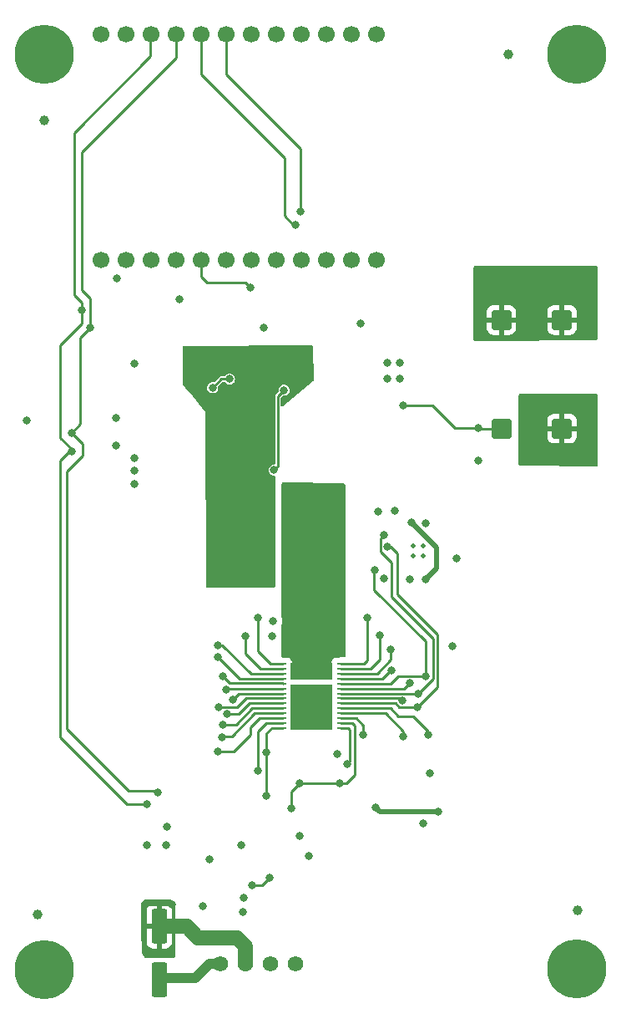
<source format=gbl>
G04 #@! TF.GenerationSoftware,KiCad,Pcbnew,7.0.1*
G04 #@! TF.CreationDate,2024-03-15T23:25:05+01:00*
G04 #@! TF.ProjectId,NerdAxe_ultra,4e657264-4178-4655-9f75-6c7472612e6b,rev?*
G04 #@! TF.SameCoordinates,Original*
G04 #@! TF.FileFunction,Copper,L4,Bot*
G04 #@! TF.FilePolarity,Positive*
%FSLAX46Y46*%
G04 Gerber Fmt 4.6, Leading zero omitted, Abs format (unit mm)*
G04 Created by KiCad (PCBNEW 7.0.1) date 2024-03-15 23:25:05*
%MOMM*%
%LPD*%
G01*
G04 APERTURE LIST*
G04 Aperture macros list*
%AMRoundRect*
0 Rectangle with rounded corners*
0 $1 Rounding radius*
0 $2 $3 $4 $5 $6 $7 $8 $9 X,Y pos of 4 corners*
0 Add a 4 corners polygon primitive as box body*
4,1,4,$2,$3,$4,$5,$6,$7,$8,$9,$2,$3,0*
0 Add four circle primitives for the rounded corners*
1,1,$1+$1,$2,$3*
1,1,$1+$1,$4,$5*
1,1,$1+$1,$6,$7*
1,1,$1+$1,$8,$9*
0 Add four rect primitives between the rounded corners*
20,1,$1+$1,$2,$3,$4,$5,0*
20,1,$1+$1,$4,$5,$6,$7,0*
20,1,$1+$1,$6,$7,$8,$9,0*
20,1,$1+$1,$8,$9,$2,$3,0*%
G04 Aperture macros list end*
G04 #@! TA.AperFunction,ComponentPad*
%ADD10C,0.800000*%
G04 #@! TD*
G04 #@! TA.AperFunction,ComponentPad*
%ADD11C,6.000000*%
G04 #@! TD*
G04 #@! TA.AperFunction,ComponentPad*
%ADD12C,0.500000*%
G04 #@! TD*
G04 #@! TA.AperFunction,ComponentPad*
%ADD13C,0.400000*%
G04 #@! TD*
G04 #@! TA.AperFunction,ComponentPad*
%ADD14C,1.574800*%
G04 #@! TD*
G04 #@! TA.AperFunction,ComponentPad*
%ADD15C,1.700000*%
G04 #@! TD*
G04 #@! TA.AperFunction,SMDPad,CuDef*
%ADD16C,1.000000*%
G04 #@! TD*
G04 #@! TA.AperFunction,SMDPad,CuDef*
%ADD17R,0.792000X0.221000*%
G04 #@! TD*
G04 #@! TA.AperFunction,SMDPad,CuDef*
%ADD18R,4.277000X1.810000*%
G04 #@! TD*
G04 #@! TA.AperFunction,SMDPad,CuDef*
%ADD19R,4.277000X4.530000*%
G04 #@! TD*
G04 #@! TA.AperFunction,SMDPad,CuDef*
%ADD20RoundRect,0.250000X-0.550000X1.500000X-0.550000X-1.500000X0.550000X-1.500000X0.550000X1.500000X0*%
G04 #@! TD*
G04 #@! TA.AperFunction,SMDPad,CuDef*
%ADD21RoundRect,0.250000X-0.750000X0.750000X-0.750000X-0.750000X0.750000X-0.750000X0.750000X0.750000X0*%
G04 #@! TD*
G04 #@! TA.AperFunction,ViaPad*
%ADD22C,0.800000*%
G04 #@! TD*
G04 #@! TA.AperFunction,ViaPad*
%ADD23C,1.200000*%
G04 #@! TD*
G04 #@! TA.AperFunction,Conductor*
%ADD24C,1.000000*%
G04 #@! TD*
G04 #@! TA.AperFunction,Conductor*
%ADD25C,0.254000*%
G04 #@! TD*
G04 #@! TA.AperFunction,Conductor*
%ADD26C,0.508000*%
G04 #@! TD*
G04 #@! TA.AperFunction,Conductor*
%ADD27C,1.500000*%
G04 #@! TD*
G04 APERTURE END LIST*
D10*
X76250000Y-143830990D03*
X76909010Y-142240000D03*
X76909010Y-145421980D03*
X78500000Y-141580990D03*
D11*
X78500000Y-143830990D03*
D10*
X78500000Y-146080990D03*
X80090990Y-142240000D03*
X80090990Y-145421980D03*
X80750000Y-143830990D03*
X130250000Y-143728000D03*
X130909010Y-142137010D03*
X130909010Y-145318990D03*
X132500000Y-141478000D03*
D11*
X132500000Y-143728000D03*
D10*
X132500000Y-145978000D03*
X134090990Y-142137010D03*
X134090990Y-145318990D03*
X134750000Y-143728000D03*
X76250000Y-51054000D03*
X76909010Y-49463010D03*
X76909010Y-52644990D03*
X78500000Y-48804000D03*
D11*
X78500000Y-51054000D03*
D10*
X78500000Y-53304000D03*
X80090990Y-49463010D03*
X80090990Y-52644990D03*
X80750000Y-51054000D03*
D12*
X116922000Y-100876200D03*
X116922000Y-101876200D03*
X115922000Y-101876200D03*
X115922000Y-100876200D03*
D10*
X130250000Y-51120990D03*
X130909010Y-49530000D03*
X130909010Y-52711980D03*
X132500000Y-48870990D03*
D11*
X132500000Y-51120990D03*
D10*
X132500000Y-53370990D03*
X134090990Y-49530000D03*
X134090990Y-52711980D03*
X134750000Y-51120990D03*
D13*
X98446291Y-80836200D03*
X99396291Y-81411200D03*
X97496291Y-81411200D03*
X98446291Y-81986200D03*
D14*
X96382400Y-143240851D03*
X98922400Y-143240851D03*
X101462400Y-143240851D03*
X104002400Y-143240851D03*
D15*
X84250000Y-71942000D03*
X86790000Y-71942000D03*
X89330000Y-71942000D03*
X91870000Y-71942000D03*
X94410000Y-71942000D03*
X96950000Y-71942000D03*
X99490000Y-71942000D03*
X102030000Y-71942000D03*
X104570000Y-71942000D03*
X107110000Y-71942000D03*
X109650000Y-71942000D03*
X112190000Y-71942000D03*
X112190000Y-49022000D03*
X109650000Y-49022000D03*
X107110000Y-49022000D03*
X104570000Y-49022000D03*
X102030000Y-49022000D03*
X99490000Y-49022000D03*
X96950000Y-49022000D03*
X94410000Y-49022000D03*
X91870000Y-49022000D03*
X89330000Y-49022000D03*
X86790000Y-49022000D03*
X84250000Y-49022000D03*
D16*
X132588000Y-137795000D03*
D17*
X108528000Y-112805000D03*
X108528000Y-113307000D03*
X108528000Y-113809000D03*
X108528000Y-114311000D03*
X108528000Y-114813000D03*
X108528000Y-115315000D03*
X108528000Y-115817000D03*
X108528000Y-116319000D03*
X108528000Y-116821000D03*
X108528000Y-117323000D03*
X108528000Y-117825000D03*
X108528000Y-118327000D03*
X108528000Y-118829000D03*
X108528000Y-119331000D03*
X102696000Y-119318000D03*
X102696000Y-118818000D03*
X102696000Y-118318000D03*
X102696000Y-117818000D03*
X102696000Y-117318000D03*
X102696000Y-116821000D03*
X102696000Y-116318000D03*
X102696000Y-115817000D03*
X102696000Y-115315000D03*
X102696000Y-114813000D03*
X102696000Y-114311000D03*
X102696000Y-113818000D03*
X102696000Y-113307000D03*
X102696000Y-112818000D03*
D18*
X105612000Y-113600000D03*
D19*
X105612000Y-117176000D03*
D16*
X78486000Y-57785000D03*
D20*
X90170000Y-139413000D03*
X90170000Y-144813000D03*
D21*
X131000000Y-78000000D03*
X124850000Y-78000000D03*
X131000000Y-89000000D03*
X124850000Y-89000000D03*
D16*
X125603000Y-51054000D03*
X77851000Y-138176000D03*
D22*
X96139000Y-121666000D03*
D23*
X130937000Y-86741000D03*
X128143000Y-91821000D03*
D22*
X76724200Y-88138000D03*
X116910000Y-128990000D03*
X97419400Y-103889800D03*
X87630000Y-82423000D03*
X101377600Y-85157000D03*
X96109000Y-112124000D03*
X97419400Y-98268400D03*
X100679400Y-97659800D03*
X106396000Y-118533000D03*
X97419400Y-95219800D03*
X110862000Y-120015000D03*
X98959400Y-95219800D03*
X104082000Y-115436000D03*
X98682000Y-136516000D03*
X85741200Y-87884000D03*
X98959400Y-103889800D03*
X106408000Y-116351000D03*
D23*
X128143000Y-89281000D03*
X133731000Y-91821000D03*
D22*
X95645200Y-81420400D03*
X97419400Y-96699800D03*
X92200000Y-75911200D03*
X105673000Y-117442000D03*
X97419400Y-100039800D03*
D23*
X133731000Y-89027000D03*
D22*
X101600000Y-109982000D03*
D23*
X130937000Y-91821000D03*
D22*
X98959400Y-101909800D03*
X85852000Y-73787000D03*
X117602000Y-123903000D03*
X104855000Y-118563000D03*
X104132000Y-117472000D03*
D23*
X128143000Y-86741000D03*
D22*
X98959400Y-96699800D03*
X119888000Y-110998000D03*
X97419400Y-101909800D03*
X112922500Y-104148200D03*
D23*
X133731000Y-86741000D03*
D22*
X107144000Y-117442000D03*
X90897000Y-129309000D03*
X112318000Y-97436200D03*
X105623000Y-115406000D03*
X98959400Y-100039800D03*
X104867000Y-116381000D03*
X105330000Y-132320000D03*
X104430000Y-130240000D03*
X98959400Y-98268400D03*
X115573700Y-104299200D03*
X120310000Y-102111200D03*
X108204000Y-121920000D03*
X95260000Y-132630000D03*
X107094000Y-115406000D03*
X113727778Y-113462333D03*
X100679400Y-95911200D03*
D23*
X133858000Y-74549000D03*
X133858000Y-78740000D03*
X124841000Y-74549000D03*
X128016000Y-76708000D03*
X128016000Y-78740000D03*
X131064000Y-74549000D03*
X128016000Y-74549000D03*
X133858000Y-76708000D03*
D22*
X101015000Y-126170000D03*
X115737362Y-98496846D03*
X118490000Y-127770000D03*
X117172000Y-104284200D03*
X112130000Y-127390000D03*
X109220000Y-122936000D03*
X101015000Y-121775000D03*
X103000000Y-106351200D03*
X105152000Y-113890000D03*
D23*
X107969400Y-100929800D03*
X108009400Y-103059800D03*
D22*
X104126000Y-113110000D03*
X108330000Y-106381200D03*
X107204000Y-113920000D03*
D23*
X108009400Y-105029800D03*
D22*
X106178000Y-113110000D03*
D23*
X105979400Y-100929800D03*
X105979400Y-98889800D03*
X107949400Y-98909800D03*
X106029400Y-105059800D03*
X105999400Y-103039800D03*
D22*
X88883000Y-131168000D03*
X88773000Y-137160000D03*
X100714600Y-78759000D03*
X89154000Y-141986000D03*
X114554000Y-82296000D03*
X94580000Y-137390000D03*
X114554000Y-83947000D03*
X90881000Y-131182000D03*
X98450000Y-131200000D03*
X113284000Y-83947000D03*
X87630000Y-91948000D03*
X91440000Y-137160000D03*
X87630000Y-94615000D03*
X87630000Y-93218000D03*
X113284000Y-82296000D03*
X91186000Y-141986000D03*
X114010000Y-97287200D03*
X85741200Y-90678000D03*
X110617000Y-78359000D03*
X98662000Y-137914100D03*
X117172000Y-98545200D03*
X101727000Y-108458000D03*
X122555000Y-92202000D03*
X104500000Y-67000000D03*
X104013000Y-68326000D03*
X113665000Y-111379000D03*
X112530000Y-109911200D03*
X99441000Y-74676000D03*
X82296000Y-76962000D03*
X81240375Y-91298225D03*
X88900000Y-127000000D03*
X99568000Y-135255000D03*
X101346000Y-134493000D03*
X108468000Y-124939000D03*
X100155000Y-123661000D03*
X104431000Y-124939000D03*
X103530000Y-127490000D03*
X111250000Y-108121200D03*
X100180000Y-108151200D03*
X98850000Y-109991200D03*
X96130000Y-110920000D03*
X117475000Y-120015000D03*
X114935000Y-120142000D03*
X96647000Y-118999000D03*
X96520000Y-120269000D03*
X116332000Y-117221000D03*
X113272599Y-100980499D03*
X112962000Y-99756200D03*
X116428000Y-115817000D03*
X117148868Y-114071132D03*
X112000000Y-103361200D03*
X97277600Y-83957000D03*
X95577600Y-84857000D03*
X101810000Y-93201200D03*
X102800000Y-85111200D03*
X97600000Y-116430000D03*
X114844000Y-116495900D03*
X96610000Y-114090000D03*
X96950000Y-115460000D03*
X96220000Y-117200000D03*
X97010000Y-117920000D03*
X90043000Y-125857000D03*
X81296200Y-89408000D03*
X83185000Y-78740000D03*
X115540000Y-114780000D03*
X114935000Y-86614000D03*
X122555000Y-88900000D03*
D24*
X90330000Y-144653000D02*
X90170000Y-144813000D01*
D25*
X107144000Y-117442000D02*
X105878000Y-117442000D01*
X131000000Y-86804000D02*
X130937000Y-86741000D01*
X98296000Y-114311000D02*
X96109000Y-112124000D01*
X131000000Y-89000000D02*
X131000000Y-86804000D01*
X110156000Y-118327000D02*
X108528000Y-118327000D01*
D24*
X95265149Y-143240851D02*
X93853000Y-144653000D01*
D25*
X110862000Y-119033000D02*
X110156000Y-118327000D01*
X99393000Y-120015000D02*
X99393000Y-119252000D01*
X97742000Y-121666000D02*
X96139000Y-121666000D01*
X113613667Y-113462333D02*
X112765000Y-114311000D01*
X99393000Y-120015000D02*
X97742000Y-121666000D01*
D24*
X96382400Y-143240851D02*
X95265149Y-143240851D01*
D25*
X102696000Y-114311000D02*
X98296000Y-114311000D01*
X99393000Y-119252000D02*
X100327000Y-118318000D01*
X100327000Y-118318000D02*
X102696000Y-118318000D01*
X110862000Y-120015000D02*
X110862000Y-119033000D01*
X113727778Y-113462333D02*
X113613667Y-113462333D01*
X112765000Y-114311000D02*
X108528000Y-114311000D01*
D24*
X93853000Y-144653000D02*
X90330000Y-144653000D01*
D25*
X105878000Y-117442000D02*
X105612000Y-117176000D01*
X124968000Y-77882000D02*
X124850000Y-78000000D01*
X109450000Y-122706000D02*
X109450000Y-119488000D01*
X109450000Y-119488000D02*
X109293000Y-119331000D01*
X109293000Y-119331000D02*
X108528000Y-119331000D01*
D26*
X118302000Y-101061484D02*
X118302000Y-103154200D01*
X112130000Y-127390000D02*
X112510000Y-127770000D01*
D25*
X101015000Y-121775000D02*
X101015000Y-119871000D01*
X101015000Y-126170000D02*
X101015000Y-121775000D01*
D26*
X112510000Y-127770000D02*
X118490000Y-127770000D01*
X118302000Y-103154200D02*
X117172000Y-104284200D01*
D25*
X109220000Y-122936000D02*
X109450000Y-122706000D01*
D26*
X115737362Y-98496846D02*
X118302000Y-101061484D01*
D25*
X101015000Y-119871000D02*
X101568000Y-119318000D01*
X101568000Y-119318000D02*
X102696000Y-119318000D01*
X90170000Y-137160000D02*
X91440000Y-137160000D01*
X90170000Y-137160000D02*
X90170000Y-139413000D01*
D27*
X98044000Y-140589000D02*
X98922400Y-141467400D01*
X92931000Y-139413000D02*
X94107000Y-140589000D01*
D25*
X90170000Y-141986000D02*
X89154000Y-141986000D01*
X90170000Y-139413000D02*
X90170000Y-141986000D01*
D27*
X94107000Y-140589000D02*
X98044000Y-140589000D01*
D25*
X91186000Y-141986000D02*
X90170000Y-141986000D01*
D27*
X90170000Y-139413000D02*
X92931000Y-139413000D01*
X98922400Y-141467400D02*
X98922400Y-143240851D01*
D25*
X88773000Y-137160000D02*
X90170000Y-137160000D01*
X104500000Y-60685000D02*
X96950000Y-53135000D01*
X104500000Y-67000000D02*
X104500000Y-60685000D01*
X96950000Y-53135000D02*
X96950000Y-49022000D01*
X102870000Y-67437000D02*
X102870000Y-61595000D01*
X94410000Y-53135000D02*
X94410000Y-49022000D01*
X102870000Y-61595000D02*
X94410000Y-53135000D01*
X103759000Y-68326000D02*
X102870000Y-67437000D01*
X104013000Y-68326000D02*
X103759000Y-68326000D01*
X112251000Y-113809000D02*
X108528000Y-113809000D01*
X113665000Y-112395000D02*
X112251000Y-113809000D01*
X113665000Y-111379000D02*
X113665000Y-112395000D01*
X112530000Y-112406000D02*
X112530000Y-109911200D01*
X108528000Y-113307000D02*
X111629000Y-113307000D01*
X111629000Y-113307000D02*
X112530000Y-112406000D01*
X94410000Y-71942000D02*
X94410000Y-73582000D01*
X94996000Y-74168000D02*
X98933000Y-74168000D01*
X94410000Y-73582000D02*
X94996000Y-74168000D01*
X98933000Y-74168000D02*
X99441000Y-74676000D01*
X86868000Y-127000000D02*
X80137000Y-120269000D01*
X80137000Y-80518000D02*
X82296000Y-78359000D01*
X82296000Y-76200000D02*
X82296000Y-76962000D01*
X81240375Y-91298225D02*
X81240375Y-91051575D01*
X89330000Y-49022000D02*
X89281000Y-49071000D01*
X81240375Y-91051575D02*
X80137000Y-89948200D01*
X89281000Y-49071000D02*
X89281000Y-51299000D01*
X80100000Y-101221200D02*
X80100000Y-92211200D01*
X81012975Y-91298225D02*
X81240375Y-91298225D01*
X80100000Y-92211200D02*
X81012975Y-91298225D01*
X82296000Y-78359000D02*
X82296000Y-76962000D01*
X80137000Y-120269000D02*
X80137000Y-101258200D01*
X80137000Y-89948200D02*
X80137000Y-80518000D01*
X88900000Y-127000000D02*
X86868000Y-127000000D01*
X81534000Y-59046000D02*
X81534000Y-75438000D01*
X80137000Y-101258200D02*
X80100000Y-101221200D01*
X81534000Y-75438000D02*
X82296000Y-76200000D01*
X89281000Y-51299000D02*
X81534000Y-59046000D01*
X100584000Y-135255000D02*
X101346000Y-134493000D01*
X99568000Y-135255000D02*
X100584000Y-135255000D01*
X100971000Y-118818000D02*
X100155000Y-119634000D01*
X102696000Y-118818000D02*
X100971000Y-118818000D01*
X109982000Y-119100000D02*
X109982000Y-124079000D01*
X108468000Y-124939000D02*
X104431000Y-124939000D01*
X103530000Y-125800000D02*
X103530000Y-127490000D01*
X109711000Y-118829000D02*
X109982000Y-119100000D01*
X109122000Y-124939000D02*
X108468000Y-124939000D01*
X100155000Y-119634000D02*
X100155000Y-123661000D01*
X104391000Y-124939000D02*
X103530000Y-125800000D01*
X104431000Y-124939000D02*
X104391000Y-124939000D01*
X108528000Y-118829000D02*
X109711000Y-118829000D01*
X109982000Y-124079000D02*
X109122000Y-124939000D01*
X110871000Y-112805000D02*
X108528000Y-112805000D01*
X111250000Y-108121200D02*
X111250000Y-112430000D01*
X110873000Y-112807000D02*
X110871000Y-112805000D01*
X111250000Y-112430000D02*
X110873000Y-112807000D01*
X100180000Y-111568000D02*
X100180000Y-108151200D01*
X102696000Y-112818000D02*
X101430000Y-112818000D01*
X101430000Y-112818000D02*
X100180000Y-111568000D01*
X100397000Y-113307000D02*
X98850000Y-111760000D01*
X98850000Y-111760000D02*
X98850000Y-109991200D01*
X102696000Y-113307000D02*
X100397000Y-113307000D01*
X102696000Y-113818000D02*
X99454000Y-113818000D01*
X99454000Y-113818000D02*
X96556000Y-110920000D01*
X96556000Y-110920000D02*
X96130000Y-110920000D01*
X108528000Y-117323000D02*
X113640000Y-117323000D01*
X115951000Y-118110000D02*
X117475000Y-119634000D01*
X117475000Y-119634000D02*
X117475000Y-120015000D01*
X114427000Y-118110000D02*
X115951000Y-118110000D01*
X113640000Y-117323000D02*
X114427000Y-118110000D01*
X114935000Y-119634000D02*
X114935000Y-120142000D01*
X113126000Y-117825000D02*
X114935000Y-119634000D01*
X108528000Y-117825000D02*
X113126000Y-117825000D01*
X99602000Y-117318000D02*
X102696000Y-117318000D01*
X96647000Y-118999000D02*
X97921000Y-118999000D01*
X97921000Y-118999000D02*
X99602000Y-117318000D01*
X96647000Y-120142000D02*
X97536000Y-120142000D01*
X99860000Y-117818000D02*
X102696000Y-117818000D01*
X96520000Y-120269000D02*
X96647000Y-120142000D01*
X97536000Y-120142000D02*
X99860000Y-117818000D01*
X115697000Y-117175300D02*
X116286300Y-117175300D01*
X114300000Y-105791000D02*
X118364000Y-109855000D01*
X114445300Y-117175300D02*
X114091000Y-116821000D01*
X116286300Y-117175300D02*
X116332000Y-117221000D01*
X118364000Y-109855000D02*
X118364000Y-115146152D01*
X115697000Y-117175300D02*
X114445300Y-117175300D01*
X118364000Y-115146152D02*
X116334852Y-117175300D01*
X114091000Y-116821000D02*
X108528000Y-116821000D01*
X116334852Y-117175300D02*
X115697000Y-117175300D01*
X113611035Y-100980499D02*
X114300000Y-101669464D01*
X113272599Y-100980499D02*
X113611035Y-100980499D01*
X114300000Y-101669464D02*
X114300000Y-105791000D01*
X112593199Y-100125001D02*
X112962000Y-99756200D01*
X117903600Y-114341400D02*
X117903600Y-110263600D01*
X113675600Y-106035600D02*
X113675600Y-102538800D01*
X116428000Y-115817000D02*
X117903600Y-114341400D01*
X113675600Y-102538800D02*
X112593199Y-101456399D01*
X108528000Y-115817000D02*
X116428000Y-115817000D01*
X117903600Y-110263600D02*
X113675600Y-106035600D01*
X112593199Y-101456399D02*
X112593199Y-100125001D01*
X113627000Y-114813000D02*
X108528000Y-114813000D01*
X117160000Y-110546000D02*
X117160000Y-114060000D01*
X114368868Y-114071132D02*
X113627000Y-114813000D01*
X117160000Y-114060000D02*
X117148868Y-114071132D01*
X117148868Y-114071132D02*
X114368868Y-114071132D01*
X112000000Y-103361200D02*
X111948000Y-103413200D01*
X111948000Y-103413200D02*
X111948000Y-105334000D01*
X111948000Y-105334000D02*
X117160000Y-110546000D01*
X97277600Y-83957000D02*
X96477600Y-83957000D01*
X96477600Y-83957000D02*
X95577600Y-84857000D01*
X102179400Y-92831800D02*
X101810000Y-93201200D01*
X102179400Y-85731800D02*
X102179400Y-92831800D01*
X102800000Y-85111200D02*
X102179400Y-85731800D01*
X102696000Y-115817000D02*
X98213000Y-115817000D01*
X98213000Y-115817000D02*
X97600000Y-116430000D01*
X114667100Y-116319000D02*
X108528000Y-116319000D01*
X114844000Y-116495900D02*
X114667100Y-116319000D01*
X102663600Y-114780600D02*
X97300600Y-114780600D01*
X97300600Y-114780600D02*
X96610000Y-114090000D01*
X102696000Y-114813000D02*
X102663600Y-114780600D01*
X97095000Y-115315000D02*
X96950000Y-115460000D01*
X102696000Y-115315000D02*
X97095000Y-115315000D01*
X98060000Y-117200000D02*
X98942000Y-116318000D01*
X96220000Y-117200000D02*
X98060000Y-117200000D01*
X98942000Y-116318000D02*
X102696000Y-116318000D01*
X97010000Y-117920000D02*
X98190000Y-117920000D01*
X99289000Y-116821000D02*
X102696000Y-116821000D01*
X98190000Y-117920000D02*
X99289000Y-116821000D01*
X82400000Y-91717000D02*
X82400000Y-90511800D01*
X81296200Y-89408000D02*
X82169000Y-88535200D01*
X80800000Y-119408000D02*
X80800000Y-93317000D01*
X82400000Y-90511800D02*
X81296200Y-89408000D01*
X82296000Y-74930000D02*
X82296000Y-60960000D01*
X87038900Y-125646900D02*
X80800000Y-119408000D01*
X82296000Y-60960000D02*
X91870000Y-51386000D01*
X91870000Y-51386000D02*
X91870000Y-49022000D01*
X82169000Y-88535200D02*
X82169000Y-79756000D01*
X82169000Y-79756000D02*
X83185000Y-78740000D01*
X80800000Y-93317000D02*
X82400000Y-91717000D01*
X90043000Y-125857000D02*
X89832900Y-125646900D01*
X89832900Y-125646900D02*
X87038900Y-125646900D01*
X83185000Y-75819000D02*
X82296000Y-74930000D01*
X83185000Y-78740000D02*
X83185000Y-75819000D01*
X108528000Y-115315000D02*
X115005000Y-115315000D01*
X115005000Y-115315000D02*
X115540000Y-114780000D01*
X117856000Y-86614000D02*
X120142000Y-88900000D01*
X120142000Y-88900000D02*
X122555000Y-88900000D01*
X122655000Y-89000000D02*
X122555000Y-88900000D01*
X124850000Y-89000000D02*
X122655000Y-89000000D01*
X114935000Y-86614000D02*
X117856000Y-86614000D01*
G04 #@! TA.AperFunction,Conductor*
G36*
X134558000Y-85487613D02*
G01*
X134603387Y-85533000D01*
X134620000Y-85595000D01*
X134620000Y-92711017D01*
X134603058Y-92773584D01*
X134556860Y-92819054D01*
X134494033Y-92835000D01*
X126983313Y-92715782D01*
X126741032Y-92711937D01*
X126679867Y-92694678D01*
X126635286Y-92649384D01*
X126619000Y-92587953D01*
X126619000Y-89250000D01*
X129500001Y-89250000D01*
X129500001Y-89799979D01*
X129510493Y-89902695D01*
X129565642Y-90069122D01*
X129657683Y-90218345D01*
X129781654Y-90342316D01*
X129930877Y-90434357D01*
X130097303Y-90489506D01*
X130200021Y-90500000D01*
X130750000Y-90500000D01*
X130750000Y-89250000D01*
X131250000Y-89250000D01*
X131250000Y-90499999D01*
X131799979Y-90499999D01*
X131902695Y-90489506D01*
X132069122Y-90434357D01*
X132218345Y-90342316D01*
X132342316Y-90218345D01*
X132434357Y-90069122D01*
X132489506Y-89902696D01*
X132500000Y-89799979D01*
X132500000Y-89250000D01*
X131250000Y-89250000D01*
X130750000Y-89250000D01*
X129500001Y-89250000D01*
X126619000Y-89250000D01*
X126619000Y-88750000D01*
X129500000Y-88750000D01*
X130750000Y-88750000D01*
X130750000Y-87500001D01*
X130200021Y-87500001D01*
X130097304Y-87510493D01*
X129930877Y-87565642D01*
X129781654Y-87657683D01*
X129657683Y-87781654D01*
X129565642Y-87930877D01*
X129510493Y-88097303D01*
X129500000Y-88200021D01*
X129500000Y-88750000D01*
X126619000Y-88750000D01*
X126619000Y-87500000D01*
X131250000Y-87500000D01*
X131250000Y-88750000D01*
X132499999Y-88750000D01*
X132499999Y-88200021D01*
X132489506Y-88097304D01*
X132434357Y-87930877D01*
X132342316Y-87781654D01*
X132218345Y-87657683D01*
X132069122Y-87565642D01*
X131902696Y-87510493D01*
X131799979Y-87500000D01*
X131250000Y-87500000D01*
X126619000Y-87500000D01*
X126619000Y-85595000D01*
X126635613Y-85533000D01*
X126681000Y-85487613D01*
X126743000Y-85471000D01*
X134496000Y-85471000D01*
X134558000Y-85487613D01*
G37*
G04 #@! TD.AperFunction*
G04 #@! TA.AperFunction,Conductor*
G36*
X134558000Y-72533613D02*
G01*
X134603387Y-72579000D01*
X134620000Y-72641000D01*
X134620000Y-79887326D01*
X134603609Y-79948941D01*
X134558768Y-79994266D01*
X134497333Y-80011319D01*
X122809651Y-80136993D01*
X122808318Y-80137000D01*
X122171000Y-80137000D01*
X122109000Y-80120387D01*
X122063613Y-80075000D01*
X122047000Y-80013000D01*
X122047000Y-78250000D01*
X123350001Y-78250000D01*
X123350001Y-78799979D01*
X123360493Y-78902695D01*
X123415642Y-79069122D01*
X123507683Y-79218345D01*
X123631654Y-79342316D01*
X123780877Y-79434357D01*
X123947303Y-79489506D01*
X124050021Y-79500000D01*
X124600000Y-79500000D01*
X124600000Y-78250000D01*
X125100000Y-78250000D01*
X125100000Y-79499999D01*
X125649979Y-79499999D01*
X125752695Y-79489506D01*
X125919122Y-79434357D01*
X126068345Y-79342316D01*
X126192316Y-79218345D01*
X126284357Y-79069122D01*
X126339506Y-78902696D01*
X126350000Y-78799979D01*
X126350000Y-78250000D01*
X129500001Y-78250000D01*
X129500001Y-78799979D01*
X129510493Y-78902695D01*
X129565642Y-79069122D01*
X129657683Y-79218345D01*
X129781654Y-79342316D01*
X129930877Y-79434357D01*
X130097303Y-79489506D01*
X130200021Y-79500000D01*
X130750000Y-79500000D01*
X130750000Y-78250000D01*
X131250000Y-78250000D01*
X131250000Y-79499999D01*
X131799979Y-79499999D01*
X131902695Y-79489506D01*
X132069122Y-79434357D01*
X132218345Y-79342316D01*
X132342316Y-79218345D01*
X132434357Y-79069122D01*
X132489506Y-78902696D01*
X132500000Y-78799979D01*
X132500000Y-78250000D01*
X131250000Y-78250000D01*
X130750000Y-78250000D01*
X129500001Y-78250000D01*
X126350000Y-78250000D01*
X125100000Y-78250000D01*
X124600000Y-78250000D01*
X123350001Y-78250000D01*
X122047000Y-78250000D01*
X122047000Y-77750000D01*
X123350000Y-77750000D01*
X124600000Y-77750000D01*
X124600000Y-76500001D01*
X124050021Y-76500001D01*
X123947304Y-76510493D01*
X123780877Y-76565642D01*
X123631654Y-76657683D01*
X123507683Y-76781654D01*
X123415642Y-76930877D01*
X123360493Y-77097303D01*
X123350000Y-77200021D01*
X123350000Y-77750000D01*
X122047000Y-77750000D01*
X122047000Y-76500000D01*
X125100000Y-76500000D01*
X125100000Y-77750000D01*
X126349999Y-77750000D01*
X129500000Y-77750000D01*
X130750000Y-77750000D01*
X130750000Y-76500001D01*
X130200021Y-76500001D01*
X130097304Y-76510493D01*
X129930877Y-76565642D01*
X129781654Y-76657683D01*
X129657683Y-76781654D01*
X129565642Y-76930877D01*
X129510493Y-77097303D01*
X129500000Y-77200021D01*
X129500000Y-77750000D01*
X126349999Y-77750000D01*
X126349999Y-77200021D01*
X126339506Y-77097304D01*
X126284357Y-76930877D01*
X126192316Y-76781654D01*
X126068345Y-76657683D01*
X125919122Y-76565642D01*
X125752696Y-76510493D01*
X125649979Y-76500000D01*
X131250000Y-76500000D01*
X131250000Y-77750000D01*
X132499999Y-77750000D01*
X132499999Y-77200021D01*
X132489506Y-77097304D01*
X132434357Y-76930877D01*
X132342316Y-76781654D01*
X132218345Y-76657683D01*
X132069122Y-76565642D01*
X131902696Y-76510493D01*
X131799979Y-76500000D01*
X131250000Y-76500000D01*
X125649979Y-76500000D01*
X125100000Y-76500000D01*
X122047000Y-76500000D01*
X122047000Y-72641000D01*
X122063613Y-72579000D01*
X122109000Y-72533613D01*
X122171000Y-72517000D01*
X134496000Y-72517000D01*
X134558000Y-72533613D01*
G37*
G04 #@! TD.AperFunction*
G04 #@! TA.AperFunction,Conductor*
G36*
X105713545Y-80597062D02*
G01*
X105759644Y-80642344D01*
X105777235Y-80704521D01*
X105832582Y-84079776D01*
X105820953Y-84134749D01*
X105786583Y-84179200D01*
X102665284Y-86743469D01*
X102600772Y-86771157D01*
X102531457Y-86760027D01*
X102478857Y-86713534D01*
X102459300Y-86646111D01*
X102459300Y-85899929D01*
X102468891Y-85851711D01*
X102496204Y-85810834D01*
X102511685Y-85795351D01*
X102613058Y-85693978D01*
X102661649Y-85663763D01*
X102718596Y-85658154D01*
X102800000Y-85668871D01*
X102944336Y-85649869D01*
X103078836Y-85594157D01*
X103194333Y-85505533D01*
X103282957Y-85390036D01*
X103338669Y-85255536D01*
X103357671Y-85111200D01*
X103338669Y-84966864D01*
X103282957Y-84832365D01*
X103282956Y-84832364D01*
X103282956Y-84832363D01*
X103194332Y-84716866D01*
X103078837Y-84628243D01*
X102944335Y-84572530D01*
X102800000Y-84553529D01*
X102655664Y-84572530D01*
X102521163Y-84628243D01*
X102405666Y-84716866D01*
X102317043Y-84832363D01*
X102261330Y-84966864D01*
X102242328Y-85111200D01*
X102253045Y-85192602D01*
X102247436Y-85249549D01*
X102217218Y-85298142D01*
X102028296Y-85487064D01*
X102015095Y-85496564D01*
X101978862Y-85536308D01*
X101974850Y-85540510D01*
X101962190Y-85553170D01*
X101953576Y-85564046D01*
X101937301Y-85581898D01*
X101935410Y-85586781D01*
X101921873Y-85612462D01*
X101918915Y-85616780D01*
X101913385Y-85640291D01*
X101908225Y-85656954D01*
X101899500Y-85679478D01*
X101899500Y-85684711D01*
X101896153Y-85713560D01*
X101894955Y-85718649D01*
X101898292Y-85742565D01*
X101899500Y-85759972D01*
X101899500Y-92521247D01*
X101885263Y-92579427D01*
X101845770Y-92624460D01*
X101789946Y-92646169D01*
X101665664Y-92662530D01*
X101531163Y-92718243D01*
X101415666Y-92806866D01*
X101327043Y-92922363D01*
X101271330Y-93056864D01*
X101252329Y-93201200D01*
X101271330Y-93345535D01*
X101327043Y-93480037D01*
X101415666Y-93595533D01*
X101531162Y-93684156D01*
X101531163Y-93684156D01*
X101531164Y-93684157D01*
X101665664Y-93739869D01*
X101810000Y-93758871D01*
X101810000Y-93758870D01*
X101826446Y-93761036D01*
X101826210Y-93762822D01*
X101874808Y-93770336D01*
X101927856Y-93817056D01*
X101947398Y-93884990D01*
X101910102Y-102705494D01*
X101900533Y-104968942D01*
X101900531Y-104969333D01*
X101883473Y-105032107D01*
X101837378Y-105078008D01*
X101774532Y-105094800D01*
X95011059Y-105094800D01*
X94948100Y-105077943D01*
X94901987Y-105031882D01*
X94885059Y-104968942D01*
X94865200Y-87300399D01*
X94865199Y-87300398D01*
X93518964Y-85713560D01*
X92792279Y-84857000D01*
X95019929Y-84857000D01*
X95038930Y-85001335D01*
X95094643Y-85135837D01*
X95183266Y-85251333D01*
X95298762Y-85339956D01*
X95298763Y-85339956D01*
X95298764Y-85339957D01*
X95433264Y-85395669D01*
X95577600Y-85414671D01*
X95721936Y-85395669D01*
X95856436Y-85339957D01*
X95971933Y-85251333D01*
X96060557Y-85135836D01*
X96116269Y-85001336D01*
X96135271Y-84857000D01*
X96124554Y-84775596D01*
X96130163Y-84718651D01*
X96160379Y-84670058D01*
X96556634Y-84273804D01*
X96597512Y-84246491D01*
X96645730Y-84236900D01*
X96733323Y-84236900D01*
X96789051Y-84249894D01*
X96833285Y-84286196D01*
X96883266Y-84351333D01*
X96998762Y-84439956D01*
X96998763Y-84439956D01*
X96998764Y-84439957D01*
X97133264Y-84495669D01*
X97277600Y-84514671D01*
X97421936Y-84495669D01*
X97556436Y-84439957D01*
X97671933Y-84351333D01*
X97760557Y-84235836D01*
X97816269Y-84101336D01*
X97835271Y-83957000D01*
X97816269Y-83812664D01*
X97760557Y-83678165D01*
X97760556Y-83678164D01*
X97760556Y-83678163D01*
X97671932Y-83562666D01*
X97556437Y-83474043D01*
X97421935Y-83418330D01*
X97277600Y-83399329D01*
X97133264Y-83418330D01*
X96998763Y-83474043D01*
X96883266Y-83562667D01*
X96833285Y-83627804D01*
X96789051Y-83664106D01*
X96733323Y-83677100D01*
X96543810Y-83677100D01*
X96527768Y-83674482D01*
X96474040Y-83676966D01*
X96468223Y-83677100D01*
X96450319Y-83677100D01*
X96436537Y-83678698D01*
X96412408Y-83679814D01*
X96407615Y-83681930D01*
X96379890Y-83690516D01*
X96374739Y-83691479D01*
X96354205Y-83704193D01*
X96338773Y-83712327D01*
X96316676Y-83722084D01*
X96312969Y-83725791D01*
X96290218Y-83743812D01*
X96285766Y-83746568D01*
X96271210Y-83765843D01*
X96259758Y-83779002D01*
X95764542Y-84274218D01*
X95715949Y-84304436D01*
X95659002Y-84310045D01*
X95577600Y-84299328D01*
X95433264Y-84318330D01*
X95298763Y-84374043D01*
X95183266Y-84462666D01*
X95094643Y-84578163D01*
X95038930Y-84712664D01*
X95019929Y-84857000D01*
X92792279Y-84857000D01*
X92544999Y-84565525D01*
X92522853Y-84527581D01*
X92515082Y-84484340D01*
X92505520Y-80726526D01*
X92522263Y-80663449D01*
X92568318Y-80617207D01*
X92631326Y-80600209D01*
X105651062Y-80580587D01*
X105713545Y-80597062D01*
G37*
G04 #@! TD.AperFunction*
G04 #@! TA.AperFunction,Conductor*
G36*
X91309091Y-136661439D02*
G01*
X91349319Y-136688319D01*
X91784681Y-137123681D01*
X91811561Y-137163909D01*
X91821000Y-137211362D01*
X91821000Y-142315638D01*
X91811561Y-142363091D01*
X91784681Y-142403319D01*
X91603319Y-142584681D01*
X91563091Y-142611561D01*
X91515638Y-142621000D01*
X88722636Y-142621000D01*
X88657445Y-142602481D01*
X88611728Y-142552456D01*
X88404341Y-142137682D01*
X88391292Y-142085411D01*
X88329179Y-139663000D01*
X88870001Y-139663000D01*
X88870001Y-140962979D01*
X88880493Y-141065695D01*
X88935642Y-141232122D01*
X89027683Y-141381345D01*
X89151654Y-141505316D01*
X89300877Y-141597357D01*
X89467303Y-141652506D01*
X89570021Y-141663000D01*
X89920000Y-141663000D01*
X89920000Y-139663000D01*
X90420000Y-139663000D01*
X90420000Y-141662999D01*
X90769979Y-141662999D01*
X90872695Y-141652506D01*
X91039122Y-141597357D01*
X91188345Y-141505316D01*
X91312316Y-141381345D01*
X91404357Y-141232122D01*
X91459506Y-141065696D01*
X91470000Y-140962979D01*
X91470000Y-139663000D01*
X90420000Y-139663000D01*
X89920000Y-139663000D01*
X88870001Y-139663000D01*
X88329179Y-139663000D01*
X88316358Y-139163000D01*
X88870000Y-139163000D01*
X89920000Y-139163000D01*
X89920000Y-137163001D01*
X89570021Y-137163001D01*
X89467304Y-137173493D01*
X89300877Y-137228642D01*
X89151654Y-137320683D01*
X89027683Y-137444654D01*
X88935642Y-137593877D01*
X88880493Y-137760303D01*
X88870000Y-137863021D01*
X88870000Y-139163000D01*
X88316358Y-139163000D01*
X88266104Y-137203086D01*
X88271821Y-137163000D01*
X90420000Y-137163000D01*
X90420000Y-139163000D01*
X91469999Y-139163000D01*
X91469999Y-137863021D01*
X91459506Y-137760304D01*
X91404357Y-137593877D01*
X91312316Y-137444654D01*
X91188345Y-137320683D01*
X91039122Y-137228642D01*
X90872696Y-137173493D01*
X90769979Y-137163000D01*
X90420000Y-137163000D01*
X88271821Y-137163000D01*
X88271933Y-137162213D01*
X88290859Y-137125520D01*
X88608800Y-136701600D01*
X88652546Y-136665091D01*
X88708000Y-136652000D01*
X91261638Y-136652000D01*
X91309091Y-136661439D01*
G37*
G04 #@! TD.AperFunction*
G04 #@! TA.AperFunction,Conductor*
G36*
X108895353Y-94556677D02*
G01*
X108957524Y-94574200D01*
X109002843Y-94620227D01*
X109019400Y-94682662D01*
X109019400Y-112043500D01*
X109002519Y-112106500D01*
X108956400Y-112152619D01*
X108893400Y-112169500D01*
X108488014Y-112169500D01*
X108365272Y-112185006D01*
X108349480Y-112186000D01*
X108083362Y-112186000D01*
X108022799Y-112192511D01*
X107885794Y-112243611D01*
X107768738Y-112331238D01*
X107681111Y-112448294D01*
X107676262Y-112461296D01*
X107630011Y-112585299D01*
X107623500Y-112645862D01*
X107623500Y-112964138D01*
X107624897Y-112977137D01*
X107631703Y-113040436D01*
X107630425Y-113040573D01*
X107633206Y-113055979D01*
X107630422Y-113071426D01*
X107631703Y-113071564D01*
X107623500Y-113147862D01*
X107623500Y-113466139D01*
X107631703Y-113542437D01*
X107630425Y-113542574D01*
X107633206Y-113557980D01*
X107630422Y-113573427D01*
X107631703Y-113573565D01*
X107630011Y-113589297D01*
X107630011Y-113589299D01*
X107626704Y-113620059D01*
X107623500Y-113649862D01*
X107623500Y-113968139D01*
X107631703Y-114044437D01*
X107630425Y-114044574D01*
X107633206Y-114059980D01*
X107630422Y-114075427D01*
X107631703Y-114075565D01*
X107623500Y-114151862D01*
X107623500Y-114276500D01*
X107606619Y-114339500D01*
X107560500Y-114385619D01*
X107497500Y-114402500D01*
X103726500Y-114402500D01*
X103663500Y-114385619D01*
X103617381Y-114339500D01*
X103600500Y-114276500D01*
X103600500Y-114151863D01*
X103596328Y-114113059D01*
X103593989Y-114091299D01*
X103593987Y-114091295D01*
X103592555Y-114077970D01*
X103592555Y-114051030D01*
X103593987Y-114037704D01*
X103593989Y-114037701D01*
X103600500Y-113977138D01*
X103600500Y-113658862D01*
X103593989Y-113598299D01*
X103593988Y-113598297D01*
X103592297Y-113582564D01*
X103592727Y-113582517D01*
X103589115Y-113562494D01*
X103592727Y-113542484D01*
X103592297Y-113542438D01*
X103600500Y-113466139D01*
X103600500Y-113147863D01*
X103596328Y-113109059D01*
X103593989Y-113087299D01*
X103593987Y-113087295D01*
X103592770Y-113075969D01*
X103592770Y-113049029D01*
X103593987Y-113037704D01*
X103593989Y-113037701D01*
X103600500Y-112977138D01*
X103600500Y-112658862D01*
X103593989Y-112598299D01*
X103542889Y-112461296D01*
X103542888Y-112461294D01*
X103455261Y-112344238D01*
X103338205Y-112256611D01*
X103269702Y-112231061D01*
X103201201Y-112205511D01*
X103140638Y-112199000D01*
X102856461Y-112199000D01*
X102825126Y-112195041D01*
X102789914Y-112186000D01*
X102776283Y-112182500D01*
X102776282Y-112182500D01*
X102695400Y-112182500D01*
X102632400Y-112165619D01*
X102586281Y-112119500D01*
X102569400Y-112056500D01*
X102569400Y-108825282D01*
X102575567Y-108786346D01*
X102581592Y-108767800D01*
X102620542Y-108647928D01*
X102640504Y-108458000D01*
X102620542Y-108268072D01*
X102575567Y-108129654D01*
X102569400Y-108090718D01*
X102569400Y-94586569D01*
X102586608Y-94523006D01*
X102633531Y-94476805D01*
X102697353Y-94460584D01*
X108895353Y-94556677D01*
G37*
G04 #@! TD.AperFunction*
M02*

</source>
